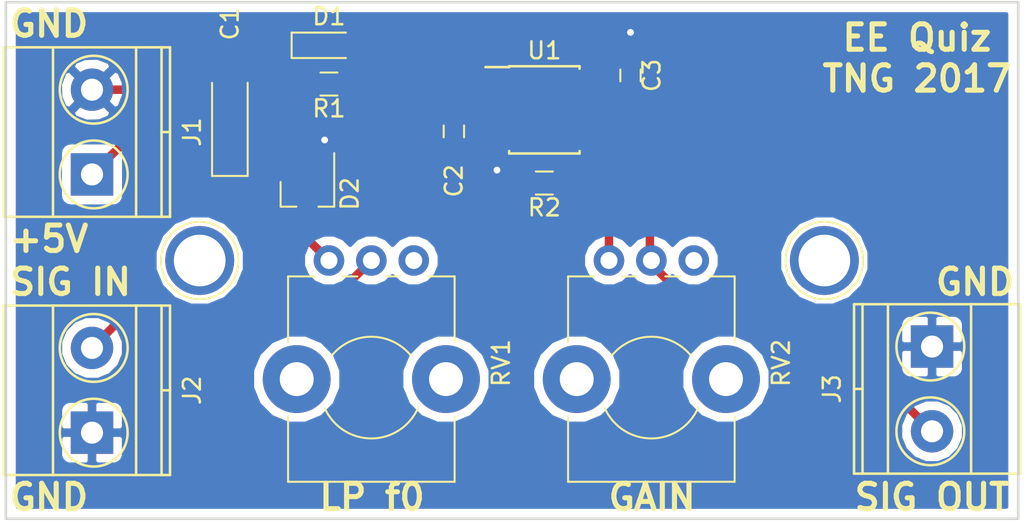
<source format=kicad_pcb>
(kicad_pcb (version 4) (host pcbnew 4.0.6)

  (general
    (links 23)
    (no_connects 0)
    (area 123.235 84.597618 188.015 116.142382)
    (thickness 1.6)
    (drawings 13)
    (tracks 74)
    (zones 0)
    (modules 15)
    (nets 13)
  )

  (page A4)
  (title_block
    (title "EE Quiz Board")
    (date 2017-07-27)
    (rev A)
    (company "Piaggio Fast Forward")
  )

  (layers
    (0 F.Cu signal)
    (31 B.Cu signal)
    (32 B.Adhes user hide)
    (33 F.Adhes user)
    (34 B.Paste user hide)
    (35 F.Paste user)
    (36 B.SilkS user hide)
    (37 F.SilkS user)
    (38 B.Mask user hide)
    (39 F.Mask user)
    (40 Dwgs.User user hide)
    (41 Cmts.User user hide)
    (42 Eco1.User user hide)
    (43 Eco2.User user hide)
    (44 Edge.Cuts user)
    (45 Margin user hide)
    (46 B.CrtYd user hide)
    (47 F.CrtYd user hide)
    (48 B.Fab user hide)
    (49 F.Fab user hide)
  )

  (setup
    (last_trace_width 0.25)
    (user_trace_width 0.25)
    (user_trace_width 0.5)
    (user_trace_width 1)
    (user_trace_width 2)
    (trace_clearance 0.2)
    (zone_clearance 0.508)
    (zone_45_only no)
    (trace_min 0.2)
    (segment_width 0.2)
    (edge_width 0.15)
    (via_size 0.6)
    (via_drill 0.4)
    (via_min_size 0.4)
    (via_min_drill 0.3)
    (uvia_size 0.3)
    (uvia_drill 0.1)
    (uvias_allowed no)
    (uvia_min_size 0.2)
    (uvia_min_drill 0.1)
    (pcb_text_width 0.3)
    (pcb_text_size 1.5 1.5)
    (mod_edge_width 0.15)
    (mod_text_size 1 1)
    (mod_text_width 0.15)
    (pad_size 3.3 3.3)
    (pad_drill 3.048)
    (pad_to_mask_clearance 0.2)
    (aux_axis_origin 209.55 134.62)
    (grid_origin 209.55 134.62)
    (visible_elements 7FFEFFFF)
    (pcbplotparams
      (layerselection 0x010a8_80000001)
      (usegerberextensions false)
      (excludeedgelayer true)
      (linewidth 0.100000)
      (plotframeref false)
      (viasonmask false)
      (mode 1)
      (useauxorigin false)
      (hpglpennumber 1)
      (hpglpenspeed 20)
      (hpglpendiameter 15)
      (hpglpenoverlay 2)
      (psnegative false)
      (psa4output false)
      (plotreference true)
      (plotvalue false)
      (plotinvisibletext false)
      (padsonsilk false)
      (subtractmaskfromsilk false)
      (outputformat 1)
      (mirror false)
      (drillshape 0)
      (scaleselection 1)
      (outputdirectory ""))
  )

  (net 0 "")
  (net 1 +5V)
  (net 2 GND)
  (net 3 "Net-(C2-Pad1)")
  (net 4 "Net-(D1-Pad2)")
  (net 5 "Net-(J2-Pad2)")
  (net 6 "Net-(J3-Pad2)")
  (net 7 "Net-(R2-Pad1)")
  (net 8 "Net-(RV1-Pad3)")
  (net 9 "Net-(RV2-Pad3)")
  (net 10 "Net-(U1-Pad1)")
  (net 11 "Net-(U1-Pad5)")
  (net 12 "Net-(U1-Pad8)")

  (net_class Default "This is the default net class."
    (clearance 0.2)
    (trace_width 0.25)
    (via_dia 0.6)
    (via_drill 0.4)
    (uvia_dia 0.3)
    (uvia_drill 0.1)
    (add_net +5V)
    (add_net GND)
    (add_net "Net-(C2-Pad1)")
    (add_net "Net-(D1-Pad2)")
    (add_net "Net-(J2-Pad2)")
    (add_net "Net-(J3-Pad2)")
    (add_net "Net-(R2-Pad1)")
    (add_net "Net-(RV1-Pad3)")
    (add_net "Net-(RV2-Pad3)")
    (add_net "Net-(U1-Pad1)")
    (add_net "Net-(U1-Pad5)")
    (add_net "Net-(U1-Pad8)")
  )

  (module Connectors_Terminal_Blocks:TerminalBlock_Pheonix_MKDS1.5-2pol (layer F.Cu) (tedit 563007E4) (tstamp 5979B220)
    (at 180.34 105.41 270)
    (descr "2-way 5mm pitch terminal block, Phoenix MKDS series")
    (path /59796E2F)
    (fp_text reference J3 (at 2.5 5.9 270) (layer F.SilkS)
      (effects (font (size 1 1) (thickness 0.15)))
    )
    (fp_text value Screw_Terminal_1x02 (at 2.5 -6.6 270) (layer F.Fab)
      (effects (font (size 1 1) (thickness 0.15)))
    )
    (fp_line (start -2.7 -5.4) (end 7.7 -5.4) (layer F.CrtYd) (width 0.05))
    (fp_line (start -2.7 4.8) (end -2.7 -5.4) (layer F.CrtYd) (width 0.05))
    (fp_line (start 7.7 4.8) (end -2.7 4.8) (layer F.CrtYd) (width 0.05))
    (fp_line (start 7.7 -5.4) (end 7.7 4.8) (layer F.CrtYd) (width 0.05))
    (fp_line (start 2.5 4.1) (end 2.5 4.6) (layer F.SilkS) (width 0.15))
    (fp_circle (center 5 0.1) (end 3 0.1) (layer F.SilkS) (width 0.15))
    (fp_circle (center 0 0.1) (end 2 0.1) (layer F.SilkS) (width 0.15))
    (fp_line (start -2.5 2.6) (end 7.5 2.6) (layer F.SilkS) (width 0.15))
    (fp_line (start -2.5 -2.3) (end 7.5 -2.3) (layer F.SilkS) (width 0.15))
    (fp_line (start -2.5 4.1) (end 7.5 4.1) (layer F.SilkS) (width 0.15))
    (fp_line (start -2.5 4.6) (end 7.5 4.6) (layer F.SilkS) (width 0.15))
    (fp_line (start 7.5 4.6) (end 7.5 -5.2) (layer F.SilkS) (width 0.15))
    (fp_line (start 7.5 -5.2) (end -2.5 -5.2) (layer F.SilkS) (width 0.15))
    (fp_line (start -2.5 -5.2) (end -2.5 4.6) (layer F.SilkS) (width 0.15))
    (pad 1 thru_hole rect (at 0 0 270) (size 2.5 2.5) (drill 1.3) (layers *.Cu *.Mask)
      (net 2 GND))
    (pad 2 thru_hole circle (at 5 0 270) (size 2.5 2.5) (drill 1.3) (layers *.Cu *.Mask)
      (net 6 "Net-(J3-Pad2)"))
    (model Terminal_Blocks.3dshapes/TerminalBlock_Pheonix_MKDS1.5-2pol.wrl
      (at (xyz 0.0984 0 0))
      (scale (xyz 1 1 1))
      (rotate (xyz 0 0 0))
    )
  )

  (module Connectors:1pin (layer F.Cu) (tedit 597A315E) (tstamp 5979C712)
    (at 173.99 100.33)
    (descr "module 1 pin (ou trou mecanique de percage)")
    (tags DEV)
    (fp_text reference REF** (at 0 -3.048) (layer F.SilkS) hide
      (effects (font (size 1 1) (thickness 0.15)))
    )
    (fp_text value 1pin (at 0 3) (layer F.Fab)
      (effects (font (size 1 1) (thickness 0.15)))
    )
    (fp_circle (center 0 0) (end 2 0.8) (layer F.Fab) (width 0.1))
    (fp_circle (center 0 0) (end 2.6 0) (layer F.CrtYd) (width 0.05))
    (fp_circle (center 0 0) (end 0 -2.286) (layer F.SilkS) (width 0.12))
    (pad 1 thru_hole circle (at 0 0) (size 4.064 4.064) (drill 3.048) (layers *.Cu *.Mask))
  )

  (module Capacitors_Tantalum_SMD:CP_Tantalum_Case-A_EIA-3216-18_Hand (layer F.Cu) (tedit 5979C3AD) (tstamp 5979B1F5)
    (at 138.938 91.44 90)
    (descr "Tantalum capacitor, Case A, EIA 3216-18, 3.2x1.6x1.6mm, Hand soldering footprint")
    (tags "capacitor tantalum smd")
    (path /59797341)
    (attr smd)
    (fp_text reference C1 (at 5.08 0 90) (layer F.SilkS)
      (effects (font (size 1 1) (thickness 0.15)))
    )
    (fp_text value 10uF (at 0 2.55 90) (layer F.Fab)
      (effects (font (size 1 1) (thickness 0.15)))
    )
    (fp_text user %R (at 0 0 90) (layer F.Fab)
      (effects (font (size 0.7 0.7) (thickness 0.105)))
    )
    (fp_line (start -4 -1.2) (end -4 1.2) (layer F.CrtYd) (width 0.05))
    (fp_line (start -4 1.2) (end 4 1.2) (layer F.CrtYd) (width 0.05))
    (fp_line (start 4 1.2) (end 4 -1.2) (layer F.CrtYd) (width 0.05))
    (fp_line (start 4 -1.2) (end -4 -1.2) (layer F.CrtYd) (width 0.05))
    (fp_line (start -1.6 -0.8) (end -1.6 0.8) (layer F.Fab) (width 0.1))
    (fp_line (start -1.6 0.8) (end 1.6 0.8) (layer F.Fab) (width 0.1))
    (fp_line (start 1.6 0.8) (end 1.6 -0.8) (layer F.Fab) (width 0.1))
    (fp_line (start 1.6 -0.8) (end -1.6 -0.8) (layer F.Fab) (width 0.1))
    (fp_line (start -1.28 -0.8) (end -1.28 0.8) (layer F.Fab) (width 0.1))
    (fp_line (start -1.12 -0.8) (end -1.12 0.8) (layer F.Fab) (width 0.1))
    (fp_line (start -3.9 -1.05) (end 1.6 -1.05) (layer F.SilkS) (width 0.12))
    (fp_line (start -3.9 1.05) (end 1.6 1.05) (layer F.SilkS) (width 0.12))
    (fp_line (start -3.9 -1.05) (end -3.9 1.05) (layer F.SilkS) (width 0.12))
    (pad 1 smd rect (at -2 0 90) (size 3.2 1.5) (layers F.Cu F.Paste F.Mask)
      (net 1 +5V))
    (pad 2 smd rect (at 2 0 90) (size 3.2 1.5) (layers F.Cu F.Paste F.Mask)
      (net 2 GND))
    (model Capacitors_Tantalum_SMD.3dshapes/CP_Tantalum_Case-A_EIA-3216-18.wrl
      (at (xyz 0 0 0))
      (scale (xyz 1 1 1))
      (rotate (xyz 0 0 0))
    )
  )

  (module Capacitors_SMD:C_0603_HandSoldering (layer F.Cu) (tedit 5979C3DB) (tstamp 5979B1FB)
    (at 152.146 92.71 270)
    (descr "Capacitor SMD 0603, hand soldering")
    (tags "capacitor 0603")
    (path /59797269)
    (attr smd)
    (fp_text reference C2 (at 2.921 0 270) (layer F.SilkS)
      (effects (font (size 1 1) (thickness 0.15)))
    )
    (fp_text value 4.7nF (at 0 1.5 270) (layer F.Fab)
      (effects (font (size 1 1) (thickness 0.15)))
    )
    (fp_text user %R (at 0 -1.25 270) (layer F.Fab)
      (effects (font (size 1 1) (thickness 0.15)))
    )
    (fp_line (start -0.8 0.4) (end -0.8 -0.4) (layer F.Fab) (width 0.1))
    (fp_line (start 0.8 0.4) (end -0.8 0.4) (layer F.Fab) (width 0.1))
    (fp_line (start 0.8 -0.4) (end 0.8 0.4) (layer F.Fab) (width 0.1))
    (fp_line (start -0.8 -0.4) (end 0.8 -0.4) (layer F.Fab) (width 0.1))
    (fp_line (start -0.35 -0.6) (end 0.35 -0.6) (layer F.SilkS) (width 0.12))
    (fp_line (start 0.35 0.6) (end -0.35 0.6) (layer F.SilkS) (width 0.12))
    (fp_line (start -1.8 -0.65) (end 1.8 -0.65) (layer F.CrtYd) (width 0.05))
    (fp_line (start -1.8 -0.65) (end -1.8 0.65) (layer F.CrtYd) (width 0.05))
    (fp_line (start 1.8 0.65) (end 1.8 -0.65) (layer F.CrtYd) (width 0.05))
    (fp_line (start 1.8 0.65) (end -1.8 0.65) (layer F.CrtYd) (width 0.05))
    (pad 1 smd rect (at -0.95 0 270) (size 1.2 0.75) (layers F.Cu F.Paste F.Mask)
      (net 3 "Net-(C2-Pad1)"))
    (pad 2 smd rect (at 0.95 0 270) (size 1.2 0.75) (layers F.Cu F.Paste F.Mask)
      (net 2 GND))
    (model Capacitors_SMD.3dshapes/C_0603.wrl
      (at (xyz 0 0 0))
      (scale (xyz 1 1 1))
      (rotate (xyz 0 0 0))
    )
  )

  (module Capacitors_SMD:C_0603_HandSoldering (layer F.Cu) (tedit 58AA848B) (tstamp 5979B201)
    (at 162.56 89.408 270)
    (descr "Capacitor SMD 0603, hand soldering")
    (tags "capacitor 0603")
    (path /597971F6)
    (attr smd)
    (fp_text reference C3 (at 0 -1.25 270) (layer F.SilkS)
      (effects (font (size 1 1) (thickness 0.15)))
    )
    (fp_text value 0.1uF (at 0 1.5 270) (layer F.Fab)
      (effects (font (size 1 1) (thickness 0.15)))
    )
    (fp_text user %R (at 0 -1.25 270) (layer F.Fab)
      (effects (font (size 1 1) (thickness 0.15)))
    )
    (fp_line (start -0.8 0.4) (end -0.8 -0.4) (layer F.Fab) (width 0.1))
    (fp_line (start 0.8 0.4) (end -0.8 0.4) (layer F.Fab) (width 0.1))
    (fp_line (start 0.8 -0.4) (end 0.8 0.4) (layer F.Fab) (width 0.1))
    (fp_line (start -0.8 -0.4) (end 0.8 -0.4) (layer F.Fab) (width 0.1))
    (fp_line (start -0.35 -0.6) (end 0.35 -0.6) (layer F.SilkS) (width 0.12))
    (fp_line (start 0.35 0.6) (end -0.35 0.6) (layer F.SilkS) (width 0.12))
    (fp_line (start -1.8 -0.65) (end 1.8 -0.65) (layer F.CrtYd) (width 0.05))
    (fp_line (start -1.8 -0.65) (end -1.8 0.65) (layer F.CrtYd) (width 0.05))
    (fp_line (start 1.8 0.65) (end 1.8 -0.65) (layer F.CrtYd) (width 0.05))
    (fp_line (start 1.8 0.65) (end -1.8 0.65) (layer F.CrtYd) (width 0.05))
    (pad 1 smd rect (at -0.95 0 270) (size 1.2 0.75) (layers F.Cu F.Paste F.Mask)
      (net 2 GND))
    (pad 2 smd rect (at 0.95 0 270) (size 1.2 0.75) (layers F.Cu F.Paste F.Mask)
      (net 1 +5V))
    (model Capacitors_SMD.3dshapes/C_0603.wrl
      (at (xyz 0 0 0))
      (scale (xyz 1 1 1))
      (rotate (xyz 0 0 0))
    )
  )

  (module LEDs:LED_0805_HandSoldering (layer F.Cu) (tedit 595FCA25) (tstamp 5979B207)
    (at 144.78 87.63)
    (descr "Resistor SMD 0805, hand soldering")
    (tags "resistor 0805")
    (path /5979B95D)
    (attr smd)
    (fp_text reference D1 (at 0 -1.7) (layer F.SilkS)
      (effects (font (size 1 1) (thickness 0.15)))
    )
    (fp_text value LED (at 0 1.75) (layer F.Fab)
      (effects (font (size 1 1) (thickness 0.15)))
    )
    (fp_line (start -0.4 -0.4) (end -0.4 0.4) (layer F.Fab) (width 0.1))
    (fp_line (start -0.4 0) (end 0.2 -0.4) (layer F.Fab) (width 0.1))
    (fp_line (start 0.2 0.4) (end -0.4 0) (layer F.Fab) (width 0.1))
    (fp_line (start 0.2 -0.4) (end 0.2 0.4) (layer F.Fab) (width 0.1))
    (fp_line (start -1 0.62) (end -1 -0.62) (layer F.Fab) (width 0.1))
    (fp_line (start 1 0.62) (end -1 0.62) (layer F.Fab) (width 0.1))
    (fp_line (start 1 -0.62) (end 1 0.62) (layer F.Fab) (width 0.1))
    (fp_line (start -1 -0.62) (end 1 -0.62) (layer F.Fab) (width 0.1))
    (fp_line (start 1 0.75) (end -2.2 0.75) (layer F.SilkS) (width 0.12))
    (fp_line (start -2.2 -0.75) (end 1 -0.75) (layer F.SilkS) (width 0.12))
    (fp_line (start -2.35 -0.9) (end 2.35 -0.9) (layer F.CrtYd) (width 0.05))
    (fp_line (start -2.35 -0.9) (end -2.35 0.9) (layer F.CrtYd) (width 0.05))
    (fp_line (start 2.35 0.9) (end 2.35 -0.9) (layer F.CrtYd) (width 0.05))
    (fp_line (start 2.35 0.9) (end -2.35 0.9) (layer F.CrtYd) (width 0.05))
    (fp_line (start -2.2 -0.75) (end -2.2 0.75) (layer F.SilkS) (width 0.12))
    (pad 1 smd rect (at -1.35 0) (size 1.5 1.3) (layers F.Cu F.Paste F.Mask)
      (net 2 GND))
    (pad 2 smd rect (at 1.35 0) (size 1.5 1.3) (layers F.Cu F.Paste F.Mask)
      (net 4 "Net-(D1-Pad2)"))
    (model ${KISYS3DMOD}/LEDs.3dshapes/LED_0805.wrl
      (at (xyz 0 0 0))
      (scale (xyz 1 1 1))
      (rotate (xyz 0 0 0))
    )
  )

  (module TO_SOT_Packages_SMD:SOT-23_Handsoldering (layer F.Cu) (tedit 58CE4E7E) (tstamp 5979B20E)
    (at 143.51 96.393 270)
    (descr "SOT-23, Handsoldering")
    (tags SOT-23)
    (path /5979B761)
    (attr smd)
    (fp_text reference D2 (at 0 -2.5 270) (layer F.SilkS)
      (effects (font (size 1 1) (thickness 0.15)))
    )
    (fp_text value D_Schottky_x2_Serial_AKC (at 0 2.5 270) (layer F.Fab)
      (effects (font (size 1 1) (thickness 0.15)))
    )
    (fp_text user %R (at 0 0 360) (layer F.Fab)
      (effects (font (size 0.5 0.5) (thickness 0.075)))
    )
    (fp_line (start 0.76 1.58) (end 0.76 0.65) (layer F.SilkS) (width 0.12))
    (fp_line (start 0.76 -1.58) (end 0.76 -0.65) (layer F.SilkS) (width 0.12))
    (fp_line (start -2.7 -1.75) (end 2.7 -1.75) (layer F.CrtYd) (width 0.05))
    (fp_line (start 2.7 -1.75) (end 2.7 1.75) (layer F.CrtYd) (width 0.05))
    (fp_line (start 2.7 1.75) (end -2.7 1.75) (layer F.CrtYd) (width 0.05))
    (fp_line (start -2.7 1.75) (end -2.7 -1.75) (layer F.CrtYd) (width 0.05))
    (fp_line (start 0.76 -1.58) (end -2.4 -1.58) (layer F.SilkS) (width 0.12))
    (fp_line (start -0.7 -0.95) (end -0.7 1.5) (layer F.Fab) (width 0.1))
    (fp_line (start -0.15 -1.52) (end 0.7 -1.52) (layer F.Fab) (width 0.1))
    (fp_line (start -0.7 -0.95) (end -0.15 -1.52) (layer F.Fab) (width 0.1))
    (fp_line (start 0.7 -1.52) (end 0.7 1.52) (layer F.Fab) (width 0.1))
    (fp_line (start -0.7 1.52) (end 0.7 1.52) (layer F.Fab) (width 0.1))
    (fp_line (start 0.76 1.58) (end -0.7 1.58) (layer F.SilkS) (width 0.12))
    (pad 1 smd rect (at -1.5 -0.95 270) (size 1.9 0.8) (layers F.Cu F.Paste F.Mask)
      (net 2 GND))
    (pad 2 smd rect (at -1.5 0.95 270) (size 1.9 0.8) (layers F.Cu F.Paste F.Mask)
      (net 1 +5V))
    (pad 3 smd rect (at 1.5 0 270) (size 1.9 0.8) (layers F.Cu F.Paste F.Mask)
      (net 3 "Net-(C2-Pad1)"))
    (model ${KISYS3DMOD}/TO_SOT_Packages_SMD.3dshapes\SOT-23.wrl
      (at (xyz 0 0 0))
      (scale (xyz 1 1 1))
      (rotate (xyz 0 0 0))
    )
  )

  (module Connectors_Terminal_Blocks:TerminalBlock_Pheonix_MKDS1.5-2pol (layer F.Cu) (tedit 563007E4) (tstamp 5979B214)
    (at 130.81 95.25 90)
    (descr "2-way 5mm pitch terminal block, Phoenix MKDS series")
    (path /5979AF93)
    (fp_text reference J1 (at 2.5 5.9 90) (layer F.SilkS)
      (effects (font (size 1 1) (thickness 0.15)))
    )
    (fp_text value Screw_Terminal_1x02 (at 2.5 -6.6 90) (layer F.Fab)
      (effects (font (size 1 1) (thickness 0.15)))
    )
    (fp_line (start -2.7 -5.4) (end 7.7 -5.4) (layer F.CrtYd) (width 0.05))
    (fp_line (start -2.7 4.8) (end -2.7 -5.4) (layer F.CrtYd) (width 0.05))
    (fp_line (start 7.7 4.8) (end -2.7 4.8) (layer F.CrtYd) (width 0.05))
    (fp_line (start 7.7 -5.4) (end 7.7 4.8) (layer F.CrtYd) (width 0.05))
    (fp_line (start 2.5 4.1) (end 2.5 4.6) (layer F.SilkS) (width 0.15))
    (fp_circle (center 5 0.1) (end 3 0.1) (layer F.SilkS) (width 0.15))
    (fp_circle (center 0 0.1) (end 2 0.1) (layer F.SilkS) (width 0.15))
    (fp_line (start -2.5 2.6) (end 7.5 2.6) (layer F.SilkS) (width 0.15))
    (fp_line (start -2.5 -2.3) (end 7.5 -2.3) (layer F.SilkS) (width 0.15))
    (fp_line (start -2.5 4.1) (end 7.5 4.1) (layer F.SilkS) (width 0.15))
    (fp_line (start -2.5 4.6) (end 7.5 4.6) (layer F.SilkS) (width 0.15))
    (fp_line (start 7.5 4.6) (end 7.5 -5.2) (layer F.SilkS) (width 0.15))
    (fp_line (start 7.5 -5.2) (end -2.5 -5.2) (layer F.SilkS) (width 0.15))
    (fp_line (start -2.5 -5.2) (end -2.5 4.6) (layer F.SilkS) (width 0.15))
    (pad 1 thru_hole rect (at 0 0 90) (size 2.5 2.5) (drill 1.3) (layers *.Cu *.Mask)
      (net 1 +5V))
    (pad 2 thru_hole circle (at 5 0 90) (size 2.5 2.5) (drill 1.3) (layers *.Cu *.Mask)
      (net 2 GND))
    (model Terminal_Blocks.3dshapes/TerminalBlock_Pheonix_MKDS1.5-2pol.wrl
      (at (xyz 0.0984 0 0))
      (scale (xyz 1 1 1))
      (rotate (xyz 0 0 0))
    )
  )

  (module Connectors_Terminal_Blocks:TerminalBlock_Pheonix_MKDS1.5-2pol (layer F.Cu) (tedit 563007E4) (tstamp 5979B21A)
    (at 130.81 110.49 90)
    (descr "2-way 5mm pitch terminal block, Phoenix MKDS series")
    (path /5979AD53)
    (fp_text reference J2 (at 2.5 5.9 90) (layer F.SilkS)
      (effects (font (size 1 1) (thickness 0.15)))
    )
    (fp_text value Screw_Terminal_1x02 (at 2.5 -6.6 90) (layer F.Fab)
      (effects (font (size 1 1) (thickness 0.15)))
    )
    (fp_line (start -2.7 -5.4) (end 7.7 -5.4) (layer F.CrtYd) (width 0.05))
    (fp_line (start -2.7 4.8) (end -2.7 -5.4) (layer F.CrtYd) (width 0.05))
    (fp_line (start 7.7 4.8) (end -2.7 4.8) (layer F.CrtYd) (width 0.05))
    (fp_line (start 7.7 -5.4) (end 7.7 4.8) (layer F.CrtYd) (width 0.05))
    (fp_line (start 2.5 4.1) (end 2.5 4.6) (layer F.SilkS) (width 0.15))
    (fp_circle (center 5 0.1) (end 3 0.1) (layer F.SilkS) (width 0.15))
    (fp_circle (center 0 0.1) (end 2 0.1) (layer F.SilkS) (width 0.15))
    (fp_line (start -2.5 2.6) (end 7.5 2.6) (layer F.SilkS) (width 0.15))
    (fp_line (start -2.5 -2.3) (end 7.5 -2.3) (layer F.SilkS) (width 0.15))
    (fp_line (start -2.5 4.1) (end 7.5 4.1) (layer F.SilkS) (width 0.15))
    (fp_line (start -2.5 4.6) (end 7.5 4.6) (layer F.SilkS) (width 0.15))
    (fp_line (start 7.5 4.6) (end 7.5 -5.2) (layer F.SilkS) (width 0.15))
    (fp_line (start 7.5 -5.2) (end -2.5 -5.2) (layer F.SilkS) (width 0.15))
    (fp_line (start -2.5 -5.2) (end -2.5 4.6) (layer F.SilkS) (width 0.15))
    (pad 1 thru_hole rect (at 0 0 90) (size 2.5 2.5) (drill 1.3) (layers *.Cu *.Mask)
      (net 2 GND))
    (pad 2 thru_hole circle (at 5 0 90) (size 2.5 2.5) (drill 1.3) (layers *.Cu *.Mask)
      (net 5 "Net-(J2-Pad2)"))
    (model Terminal_Blocks.3dshapes/TerminalBlock_Pheonix_MKDS1.5-2pol.wrl
      (at (xyz 0.0984 0 0))
      (scale (xyz 1 1 1))
      (rotate (xyz 0 0 0))
    )
  )

  (module Resistors_SMD:R_0603_HandSoldering (layer F.Cu) (tedit 58E0A804) (tstamp 5979B226)
    (at 144.78 89.916 180)
    (descr "Resistor SMD 0603, hand soldering")
    (tags "resistor 0603")
    (path /5979BA21)
    (attr smd)
    (fp_text reference R1 (at 0 -1.45 180) (layer F.SilkS)
      (effects (font (size 1 1) (thickness 0.15)))
    )
    (fp_text value 147 (at 0 1.55 180) (layer F.Fab)
      (effects (font (size 1 1) (thickness 0.15)))
    )
    (fp_text user %R (at 0 0 180) (layer F.Fab)
      (effects (font (size 0.4 0.4) (thickness 0.075)))
    )
    (fp_line (start -0.8 0.4) (end -0.8 -0.4) (layer F.Fab) (width 0.1))
    (fp_line (start 0.8 0.4) (end -0.8 0.4) (layer F.Fab) (width 0.1))
    (fp_line (start 0.8 -0.4) (end 0.8 0.4) (layer F.Fab) (width 0.1))
    (fp_line (start -0.8 -0.4) (end 0.8 -0.4) (layer F.Fab) (width 0.1))
    (fp_line (start 0.5 0.68) (end -0.5 0.68) (layer F.SilkS) (width 0.12))
    (fp_line (start -0.5 -0.68) (end 0.5 -0.68) (layer F.SilkS) (width 0.12))
    (fp_line (start -1.96 -0.7) (end 1.95 -0.7) (layer F.CrtYd) (width 0.05))
    (fp_line (start -1.96 -0.7) (end -1.96 0.7) (layer F.CrtYd) (width 0.05))
    (fp_line (start 1.95 0.7) (end 1.95 -0.7) (layer F.CrtYd) (width 0.05))
    (fp_line (start 1.95 0.7) (end -1.96 0.7) (layer F.CrtYd) (width 0.05))
    (pad 1 smd rect (at -1.1 0 180) (size 1.2 0.9) (layers F.Cu F.Paste F.Mask)
      (net 4 "Net-(D1-Pad2)"))
    (pad 2 smd rect (at 1.1 0 180) (size 1.2 0.9) (layers F.Cu F.Paste F.Mask)
      (net 1 +5V))
    (model ${KISYS3DMOD}/Resistors_SMD.3dshapes/R_0603.wrl
      (at (xyz 0 0 0))
      (scale (xyz 1 1 1))
      (rotate (xyz 0 0 0))
    )
  )

  (module Resistors_SMD:R_0603_HandSoldering (layer F.Cu) (tedit 58E0A804) (tstamp 5979B22C)
    (at 157.48 95.758 180)
    (descr "Resistor SMD 0603, hand soldering")
    (tags "resistor 0603")
    (path /59797191)
    (attr smd)
    (fp_text reference R2 (at 0 -1.45 180) (layer F.SilkS)
      (effects (font (size 1 1) (thickness 0.15)))
    )
    (fp_text value 10k (at 0 1.55 180) (layer F.Fab)
      (effects (font (size 1 1) (thickness 0.15)))
    )
    (fp_text user %R (at 0 0 180) (layer F.Fab)
      (effects (font (size 0.4 0.4) (thickness 0.075)))
    )
    (fp_line (start -0.8 0.4) (end -0.8 -0.4) (layer F.Fab) (width 0.1))
    (fp_line (start 0.8 0.4) (end -0.8 0.4) (layer F.Fab) (width 0.1))
    (fp_line (start 0.8 -0.4) (end 0.8 0.4) (layer F.Fab) (width 0.1))
    (fp_line (start -0.8 -0.4) (end 0.8 -0.4) (layer F.Fab) (width 0.1))
    (fp_line (start 0.5 0.68) (end -0.5 0.68) (layer F.SilkS) (width 0.12))
    (fp_line (start -0.5 -0.68) (end 0.5 -0.68) (layer F.SilkS) (width 0.12))
    (fp_line (start -1.96 -0.7) (end 1.95 -0.7) (layer F.CrtYd) (width 0.05))
    (fp_line (start -1.96 -0.7) (end -1.96 0.7) (layer F.CrtYd) (width 0.05))
    (fp_line (start 1.95 0.7) (end 1.95 -0.7) (layer F.CrtYd) (width 0.05))
    (fp_line (start 1.95 0.7) (end -1.96 0.7) (layer F.CrtYd) (width 0.05))
    (pad 1 smd rect (at -1.1 0 180) (size 1.2 0.9) (layers F.Cu F.Paste F.Mask)
      (net 7 "Net-(R2-Pad1)"))
    (pad 2 smd rect (at 1.1 0 180) (size 1.2 0.9) (layers F.Cu F.Paste F.Mask)
      (net 2 GND))
    (model ${KISYS3DMOD}/Resistors_SMD.3dshapes/R_0603.wrl
      (at (xyz 0 0 0))
      (scale (xyz 1 1 1))
      (rotate (xyz 0 0 0))
    )
  )

  (module Potentiometers:Potentiometer_Bourns_PTV09A-1_Horizontal (layer F.Cu) (tedit 58826B08) (tstamp 5979B235)
    (at 144.78 100.33 270)
    (descr "Potentiometer, horizontally mounted, Omeg PC16PU, Omeg PC16PU, Omeg PC16PU, Vishay/Spectrol 248GJ/249GJ Single, Vishay/Spectrol 248GJ/249GJ Single, Vishay/Spectrol 248GJ/249GJ Single, Vishay/Spectrol 248GH/249GH Single, Vishay/Spectrol 148/149 Single, Vishay/Spectrol 148/149 Single, Vishay/Spectrol 148/149 Single, Vishay/Spectrol 148A/149A Single with mounting plates, Vishay/Spectrol 148/149 Double, Vishay/Spectrol 148A/149A Double with mounting plates, Piher PC-16 Single, Piher PC-16 Single, Piher PC-16 Single, Piher PC-16SV Single, Piher PC-16 Double, Piher PC-16 Triple, Piher T16H Single, Piher T16L Single, Piher T16H Double, Alps RK163 Single, Alps RK163 Double, Alps RK097 Single, Alps RK097 Double, Bourns PTV09A-2 Single with mounting sleve Single, Bourns PTV09A-1 with mounting sleve Single, http://www.bourns.com/docs/Product-Datasheets/ptv09.pdf")
    (tags "Potentiometer horizontal  Omeg PC16PU  Omeg PC16PU  Omeg PC16PU  Vishay/Spectrol 248GJ/249GJ Single  Vishay/Spectrol 248GJ/249GJ Single  Vishay/Spectrol 248GJ/249GJ Single  Vishay/Spectrol 248GH/249GH Single  Vishay/Spectrol 148/149 Single  Vishay/Spectrol 148/149 Single  Vishay/Spectrol 148/149 Single  Vishay/Spectrol 148A/149A Single with mounting plates  Vishay/Spectrol 148/149 Double  Vishay/Spectrol 148A/149A Double with mounting plates  Piher PC-16 Single  Piher PC-16 Single  Piher PC-16 Single  Piher PC-16SV Single  Piher PC-16 Double  Piher PC-16 Triple  Piher T16H Single  Piher T16L Single  Piher T16H Double  Alps RK163 Single  Alps RK163 Double  Alps RK097 Single  Alps RK097 Double  Bourns PTV09A-2 Single with mounting sleve Single  Bourns PTV09A-1 with mounting sleve Single")
    (path /5979701A)
    (fp_text reference RV1 (at 6.05 -10.15 270) (layer F.SilkS)
      (effects (font (size 1 1) (thickness 0.15)))
    )
    (fp_text value 100k (at 6.05 5.15 270) (layer F.Fab)
      (effects (font (size 1 1) (thickness 0.15)))
    )
    (fp_arc (start 7.5 -2.5) (end 8.673 0.262) (angle -134) (layer F.SilkS) (width 0.12))
    (fp_arc (start 7.5 -2.5) (end 5.572 -4.798) (angle -100) (layer F.SilkS) (width 0.12))
    (fp_circle (center 7.5 -2.5) (end 10.9 -2.5) (layer F.Fab) (width 0.1))
    (fp_circle (center 7.5 -2.5) (end 10.5 -2.5) (layer F.Fab) (width 0.1))
    (fp_line (start 1 -7.35) (end 1 2.35) (layer F.Fab) (width 0.1))
    (fp_line (start 1 2.35) (end 13 2.35) (layer F.Fab) (width 0.1))
    (fp_line (start 13 2.35) (end 13 -7.35) (layer F.Fab) (width 0.1))
    (fp_line (start 13 -7.35) (end 1 -7.35) (layer F.Fab) (width 0.1))
    (fp_line (start 0.94 -7.41) (end 4.806 -7.41) (layer F.SilkS) (width 0.12))
    (fp_line (start 9.195 -7.41) (end 13.06 -7.41) (layer F.SilkS) (width 0.12))
    (fp_line (start 0.94 2.41) (end 4.806 2.41) (layer F.SilkS) (width 0.12))
    (fp_line (start 9.195 2.41) (end 13.06 2.41) (layer F.SilkS) (width 0.12))
    (fp_line (start 0.94 -7.41) (end 0.94 -5.825) (layer F.SilkS) (width 0.12))
    (fp_line (start 0.94 -4.175) (end 0.94 -3.325) (layer F.SilkS) (width 0.12))
    (fp_line (start 0.94 -1.675) (end 0.94 -0.825) (layer F.SilkS) (width 0.12))
    (fp_line (start 0.94 0.825) (end 0.94 2.41) (layer F.SilkS) (width 0.12))
    (fp_line (start 13.06 -7.41) (end 13.06 2.41) (layer F.SilkS) (width 0.12))
    (fp_line (start -1.15 -9.15) (end -1.15 4.15) (layer F.CrtYd) (width 0.05))
    (fp_line (start -1.15 4.15) (end 13.25 4.15) (layer F.CrtYd) (width 0.05))
    (fp_line (start 13.25 4.15) (end 13.25 -9.15) (layer F.CrtYd) (width 0.05))
    (fp_line (start 13.25 -9.15) (end -1.15 -9.15) (layer F.CrtYd) (width 0.05))
    (pad 3 thru_hole circle (at 0 -5 270) (size 1.8 1.8) (drill 1) (layers *.Cu *.Mask)
      (net 8 "Net-(RV1-Pad3)"))
    (pad 2 thru_hole circle (at 0 -2.5 270) (size 1.8 1.8) (drill 1) (layers *.Cu *.Mask)
      (net 5 "Net-(J2-Pad2)"))
    (pad 1 thru_hole circle (at 0 0 270) (size 1.8 1.8) (drill 1) (layers *.Cu *.Mask)
      (net 3 "Net-(C2-Pad1)"))
    (pad 0 np_thru_hole circle (at 7 -6.9 270) (size 4 4) (drill 2) (layers *.Cu *.Mask))
    (pad 0 np_thru_hole circle (at 7 1.9 270) (size 4 4) (drill 2) (layers *.Cu *.Mask))
    (model Potentiometers.3dshapes/Potentiometer_Bourns_PTV09A-1_Horizontal.wrl
      (at (xyz 0 0 0))
      (scale (xyz 0.393701 0.393701 0.393701))
      (rotate (xyz 0 0 0))
    )
  )

  (module Potentiometers:Potentiometer_Bourns_PTV09A-1_Horizontal (layer F.Cu) (tedit 58826B08) (tstamp 5979B23E)
    (at 161.29 100.33 270)
    (descr "Potentiometer, horizontally mounted, Omeg PC16PU, Omeg PC16PU, Omeg PC16PU, Vishay/Spectrol 248GJ/249GJ Single, Vishay/Spectrol 248GJ/249GJ Single, Vishay/Spectrol 248GJ/249GJ Single, Vishay/Spectrol 248GH/249GH Single, Vishay/Spectrol 148/149 Single, Vishay/Spectrol 148/149 Single, Vishay/Spectrol 148/149 Single, Vishay/Spectrol 148A/149A Single with mounting plates, Vishay/Spectrol 148/149 Double, Vishay/Spectrol 148A/149A Double with mounting plates, Piher PC-16 Single, Piher PC-16 Single, Piher PC-16 Single, Piher PC-16SV Single, Piher PC-16 Double, Piher PC-16 Triple, Piher T16H Single, Piher T16L Single, Piher T16H Double, Alps RK163 Single, Alps RK163 Double, Alps RK097 Single, Alps RK097 Double, Bourns PTV09A-2 Single with mounting sleve Single, Bourns PTV09A-1 with mounting sleve Single, http://www.bourns.com/docs/Product-Datasheets/ptv09.pdf")
    (tags "Potentiometer horizontal  Omeg PC16PU  Omeg PC16PU  Omeg PC16PU  Vishay/Spectrol 248GJ/249GJ Single  Vishay/Spectrol 248GJ/249GJ Single  Vishay/Spectrol 248GJ/249GJ Single  Vishay/Spectrol 248GH/249GH Single  Vishay/Spectrol 148/149 Single  Vishay/Spectrol 148/149 Single  Vishay/Spectrol 148/149 Single  Vishay/Spectrol 148A/149A Single with mounting plates  Vishay/Spectrol 148/149 Double  Vishay/Spectrol 148A/149A Double with mounting plates  Piher PC-16 Single  Piher PC-16 Single  Piher PC-16 Single  Piher PC-16SV Single  Piher PC-16 Double  Piher PC-16 Triple  Piher T16H Single  Piher T16L Single  Piher T16H Double  Alps RK163 Single  Alps RK163 Double  Alps RK097 Single  Alps RK097 Double  Bourns PTV09A-2 Single with mounting sleve Single  Bourns PTV09A-1 with mounting sleve Single")
    (path /5979A946)
    (fp_text reference RV2 (at 6.05 -10.15 270) (layer F.SilkS)
      (effects (font (size 1 1) (thickness 0.15)))
    )
    (fp_text value 100k (at 6.05 5.15 270) (layer F.Fab)
      (effects (font (size 1 1) (thickness 0.15)))
    )
    (fp_arc (start 7.5 -2.5) (end 8.673 0.262) (angle -134) (layer F.SilkS) (width 0.12))
    (fp_arc (start 7.5 -2.5) (end 5.572 -4.798) (angle -100) (layer F.SilkS) (width 0.12))
    (fp_circle (center 7.5 -2.5) (end 10.9 -2.5) (layer F.Fab) (width 0.1))
    (fp_circle (center 7.5 -2.5) (end 10.5 -2.5) (layer F.Fab) (width 0.1))
    (fp_line (start 1 -7.35) (end 1 2.35) (layer F.Fab) (width 0.1))
    (fp_line (start 1 2.35) (end 13 2.35) (layer F.Fab) (width 0.1))
    (fp_line (start 13 2.35) (end 13 -7.35) (layer F.Fab) (width 0.1))
    (fp_line (start 13 -7.35) (end 1 -7.35) (layer F.Fab) (width 0.1))
    (fp_line (start 0.94 -7.41) (end 4.806 -7.41) (layer F.SilkS) (width 0.12))
    (fp_line (start 9.195 -7.41) (end 13.06 -7.41) (layer F.SilkS) (width 0.12))
    (fp_line (start 0.94 2.41) (end 4.806 2.41) (layer F.SilkS) (width 0.12))
    (fp_line (start 9.195 2.41) (end 13.06 2.41) (layer F.SilkS) (width 0.12))
    (fp_line (start 0.94 -7.41) (end 0.94 -5.825) (layer F.SilkS) (width 0.12))
    (fp_line (start 0.94 -4.175) (end 0.94 -3.325) (layer F.SilkS) (width 0.12))
    (fp_line (start 0.94 -1.675) (end 0.94 -0.825) (layer F.SilkS) (width 0.12))
    (fp_line (start 0.94 0.825) (end 0.94 2.41) (layer F.SilkS) (width 0.12))
    (fp_line (start 13.06 -7.41) (end 13.06 2.41) (layer F.SilkS) (width 0.12))
    (fp_line (start -1.15 -9.15) (end -1.15 4.15) (layer F.CrtYd) (width 0.05))
    (fp_line (start -1.15 4.15) (end 13.25 4.15) (layer F.CrtYd) (width 0.05))
    (fp_line (start 13.25 4.15) (end 13.25 -9.15) (layer F.CrtYd) (width 0.05))
    (fp_line (start 13.25 -9.15) (end -1.15 -9.15) (layer F.CrtYd) (width 0.05))
    (pad 3 thru_hole circle (at 0 -5 270) (size 1.8 1.8) (drill 1) (layers *.Cu *.Mask)
      (net 9 "Net-(RV2-Pad3)"))
    (pad 2 thru_hole circle (at 0 -2.5 270) (size 1.8 1.8) (drill 1) (layers *.Cu *.Mask)
      (net 6 "Net-(J3-Pad2)"))
    (pad 1 thru_hole circle (at 0 0 270) (size 1.8 1.8) (drill 1) (layers *.Cu *.Mask)
      (net 7 "Net-(R2-Pad1)"))
    (pad 0 np_thru_hole circle (at 7 -6.9 270) (size 4 4) (drill 2) (layers *.Cu *.Mask))
    (pad 0 np_thru_hole circle (at 7 1.9 270) (size 4 4) (drill 2) (layers *.Cu *.Mask))
    (model Potentiometers.3dshapes/Potentiometer_Bourns_PTV09A-1_Horizontal.wrl
      (at (xyz 0 0 0))
      (scale (xyz 0.393701 0.393701 0.393701))
      (rotate (xyz 0 0 0))
    )
  )

  (module Housings_SOIC:SOIC-8_3.9x4.9mm_Pitch1.27mm (layer F.Cu) (tedit 58CD0CDA) (tstamp 5979B24A)
    (at 157.48 91.44)
    (descr "8-Lead Plastic Small Outline (SN) - Narrow, 3.90 mm Body [SOIC] (see Microchip Packaging Specification 00000049BS.pdf)")
    (tags "SOIC 1.27")
    (path /5979847B)
    (attr smd)
    (fp_text reference U1 (at 0 -3.5) (layer F.SilkS)
      (effects (font (size 1 1) (thickness 0.15)))
    )
    (fp_text value OPA340D (at 0 3.5) (layer F.Fab)
      (effects (font (size 1 1) (thickness 0.15)))
    )
    (fp_text user %R (at 0 0) (layer F.Fab)
      (effects (font (size 1 1) (thickness 0.15)))
    )
    (fp_line (start -0.95 -2.45) (end 1.95 -2.45) (layer F.Fab) (width 0.1))
    (fp_line (start 1.95 -2.45) (end 1.95 2.45) (layer F.Fab) (width 0.1))
    (fp_line (start 1.95 2.45) (end -1.95 2.45) (layer F.Fab) (width 0.1))
    (fp_line (start -1.95 2.45) (end -1.95 -1.45) (layer F.Fab) (width 0.1))
    (fp_line (start -1.95 -1.45) (end -0.95 -2.45) (layer F.Fab) (width 0.1))
    (fp_line (start -3.73 -2.7) (end -3.73 2.7) (layer F.CrtYd) (width 0.05))
    (fp_line (start 3.73 -2.7) (end 3.73 2.7) (layer F.CrtYd) (width 0.05))
    (fp_line (start -3.73 -2.7) (end 3.73 -2.7) (layer F.CrtYd) (width 0.05))
    (fp_line (start -3.73 2.7) (end 3.73 2.7) (layer F.CrtYd) (width 0.05))
    (fp_line (start -2.075 -2.575) (end -2.075 -2.525) (layer F.SilkS) (width 0.15))
    (fp_line (start 2.075 -2.575) (end 2.075 -2.43) (layer F.SilkS) (width 0.15))
    (fp_line (start 2.075 2.575) (end 2.075 2.43) (layer F.SilkS) (width 0.15))
    (fp_line (start -2.075 2.575) (end -2.075 2.43) (layer F.SilkS) (width 0.15))
    (fp_line (start -2.075 -2.575) (end 2.075 -2.575) (layer F.SilkS) (width 0.15))
    (fp_line (start -2.075 2.575) (end 2.075 2.575) (layer F.SilkS) (width 0.15))
    (fp_line (start -2.075 -2.525) (end -3.475 -2.525) (layer F.SilkS) (width 0.15))
    (pad 1 smd rect (at -2.7 -1.905) (size 1.55 0.6) (layers F.Cu F.Paste F.Mask)
      (net 10 "Net-(U1-Pad1)"))
    (pad 2 smd rect (at -2.7 -0.635) (size 1.55 0.6) (layers F.Cu F.Paste F.Mask)
      (net 7 "Net-(R2-Pad1)"))
    (pad 3 smd rect (at -2.7 0.635) (size 1.55 0.6) (layers F.Cu F.Paste F.Mask)
      (net 3 "Net-(C2-Pad1)"))
    (pad 4 smd rect (at -2.7 1.905) (size 1.55 0.6) (layers F.Cu F.Paste F.Mask)
      (net 2 GND))
    (pad 5 smd rect (at 2.7 1.905) (size 1.55 0.6) (layers F.Cu F.Paste F.Mask)
      (net 11 "Net-(U1-Pad5)"))
    (pad 6 smd rect (at 2.7 0.635) (size 1.55 0.6) (layers F.Cu F.Paste F.Mask)
      (net 6 "Net-(J3-Pad2)"))
    (pad 7 smd rect (at 2.7 -0.635) (size 1.55 0.6) (layers F.Cu F.Paste F.Mask)
      (net 1 +5V))
    (pad 8 smd rect (at 2.7 -1.905) (size 1.55 0.6) (layers F.Cu F.Paste F.Mask)
      (net 12 "Net-(U1-Pad8)"))
    (model ${KISYS3DMOD}/Housings_SOIC.3dshapes/SOIC-8_3.9x4.9mm_Pitch1.27mm.wrl
      (at (xyz 0 0 0))
      (scale (xyz 1 1 1))
      (rotate (xyz 0 0 0))
    )
  )

  (module Connectors:1pin (layer F.Cu) (tedit 5979C6CC) (tstamp 5979C651)
    (at 137.16 100.33)
    (descr "module 1 pin (ou trou mecanique de percage)")
    (tags DEV)
    (fp_text reference REF** (at 0 -3.048) (layer F.SilkS) hide
      (effects (font (size 1 1) (thickness 0.15)))
    )
    (fp_text value 1pin (at 0 3) (layer F.Fab)
      (effects (font (size 1 1) (thickness 0.15)))
    )
    (fp_circle (center 0 0) (end 2 0.8) (layer F.Fab) (width 0.1))
    (fp_circle (center 0 0) (end 2.6 0) (layer F.CrtYd) (width 0.05))
    (fp_circle (center 0 0) (end 0 -2.286) (layer F.SilkS) (width 0.12))
    (pad 1 thru_hole circle (at 0 0) (size 4.064 4.064) (drill 3.048) (layers *.Cu *.Mask))
  )

  (gr_line (start 125.73 115.57) (end 185.42 115.57) (angle 90) (layer Edge.Cuts) (width 0.15))
  (gr_line (start 125.73 85.09) (end 125.73 115.57) (angle 90) (layer Edge.Cuts) (width 0.15))
  (gr_line (start 185.42 85.09) (end 125.73 85.09) (angle 90) (layer Edge.Cuts) (width 0.15))
  (gr_line (start 185.42 115.57) (end 185.42 85.09) (angle 90) (layer Edge.Cuts) (width 0.15))
  (gr_text +5V (at 128.27 99.06) (layer F.SilkS)
    (effects (font (size 1.5 1.5) (thickness 0.3)))
  )
  (gr_text GAIN (at 163.83 114.3) (layer F.SilkS)
    (effects (font (size 1.5 1.5) (thickness 0.3)))
  )
  (gr_text "LP f0" (at 147.32 114.3) (layer F.SilkS)
    (effects (font (size 1.5 1.5) (thickness 0.3)))
  )
  (gr_text "EE Quiz\nTNG 2017" (at 179.451 88.392) (layer F.SilkS)
    (effects (font (size 1.5 1.5) (thickness 0.3)))
  )
  (gr_text GND (at 128.27 86.36) (layer F.SilkS)
    (effects (font (size 1.5 1.5) (thickness 0.3)))
  )
  (gr_text GND (at 128.27 114.3) (layer F.SilkS)
    (effects (font (size 1.5 1.5) (thickness 0.3)))
  )
  (gr_text "SIG IN" (at 129.54 101.6) (layer F.SilkS)
    (effects (font (size 1.5 1.5) (thickness 0.3)))
  )
  (gr_text GND (at 182.88 101.6) (layer F.SilkS)
    (effects (font (size 1.5 1.5) (thickness 0.3)))
  )
  (gr_text "SIG OUT" (at 180.34 114.3) (layer F.SilkS)
    (effects (font (size 1.5 1.5) (thickness 0.3)))
  )

  (segment (start 130.81 95.25) (end 132.62 93.44) (width 0.5) (layer F.Cu) (net 1))
  (segment (start 132.62 93.44) (end 138.938 93.44) (width 0.5) (layer F.Cu) (net 1) (tstamp 5979C82F))
  (segment (start 143.68 89.916) (end 142.367 89.916) (width 0.5) (layer F.Cu) (net 1))
  (segment (start 142.367 90.011) (end 138.938 93.44) (width 0.5) (layer F.Cu) (net 1) (tstamp 5979C367))
  (segment (start 142.367 89.916) (end 142.367 90.011) (width 0.5) (layer F.Cu) (net 1) (tstamp 5979C35E))
  (segment (start 142.56 95.02) (end 142.494 94.954) (width 0.5) (layer F.Cu) (net 1))
  (segment (start 142.494 94.954) (end 142.494 93.472) (width 0.5) (layer F.Cu) (net 1) (tstamp 5979C346))
  (segment (start 142.494 93.472) (end 141.224 92.202) (width 0.5) (layer F.Cu) (net 1) (tstamp 5979C355))
  (segment (start 160.18 90.805) (end 158.623 90.805) (width 0.5) (layer F.Cu) (net 1))
  (segment (start 158.623 90.805) (end 155.829 88.011) (width 0.5) (layer F.Cu) (net 1) (tstamp 5979C2EB))
  (segment (start 155.829 88.011) (end 153.035 88.011) (width 0.5) (layer F.Cu) (net 1) (tstamp 5979C2EF))
  (segment (start 153.035 88.011) (end 148.844 92.202) (width 0.5) (layer F.Cu) (net 1) (tstamp 5979C2F5))
  (segment (start 148.844 92.202) (end 141.224 92.202) (width 0.5) (layer F.Cu) (net 1) (tstamp 5979C300))
  (segment (start 141.224 92.202) (end 140.176 92.202) (width 0.5) (layer F.Cu) (net 1) (tstamp 5979C35C))
  (segment (start 140.176 92.202) (end 138.938 93.44) (width 0.5) (layer F.Cu) (net 1) (tstamp 5979C301))
  (segment (start 162.56 90.358) (end 162.113 90.805) (width 0.5) (layer F.Cu) (net 1))
  (segment (start 162.113 90.805) (end 160.18 90.805) (width 0.5) (layer F.Cu) (net 1) (tstamp 5979B957))
  (segment (start 160.18 90.805) (end 160.053 90.678) (width 0.25) (layer F.Cu) (net 1))
  (segment (start 160.18 90.805) (end 160.307 90.678) (width 0.25) (layer F.Cu) (net 1))
  (segment (start 139.224 93.726) (end 138.938 93.44) (width 0.25) (layer F.Cu) (net 1) (tstamp 5979B740))
  (segment (start 138.398 93.98) (end 138.938 93.44) (width 0.5) (layer F.Cu) (net 1) (tstamp 5979B63B))
  (segment (start 138.938 89.44) (end 138.128 90.25) (width 0.5) (layer F.Cu) (net 2))
  (segment (start 138.128 90.25) (end 130.81 90.25) (width 0.5) (layer F.Cu) (net 2) (tstamp 5979C83A))
  (segment (start 152.146 93.66) (end 152.461 93.345) (width 0.25) (layer F.Cu) (net 2))
  (segment (start 152.461 93.345) (end 154.78 93.345) (width 0.5) (layer F.Cu) (net 2) (tstamp 5979C007))
  (via (at 154.686 94.996) (size 0.6) (drill 0.4) (layers F.Cu B.Cu) (net 2))
  (segment (start 155.194 95.758) (end 156.38 95.758) (width 0.5) (layer F.Cu) (net 2) (tstamp 5979B782))
  (segment (start 154.686 95.25) (end 155.194 95.758) (width 0.5) (layer F.Cu) (net 2) (tstamp 5979B780))
  (segment (start 154.686 94.234) (end 154.686 95.25) (width 0.5) (layer F.Cu) (net 2) (tstamp 5979B78D))
  (segment (start 154.686 94.996) (end 154.686 94.234) (width 0.25) (layer F.Cu) (net 2))
  (segment (start 162.56 88.458) (end 162.56 86.868) (width 0.5) (layer F.Cu) (net 2))
  (via (at 162.56 86.868) (size 0.6) (drill 0.4) (layers F.Cu B.Cu) (net 2))
  (segment (start 144.46 95.02) (end 144.526 94.954) (width 0.25) (layer F.Cu) (net 2))
  (segment (start 144.526 94.954) (end 144.526 93.218) (width 0.5) (layer F.Cu) (net 2) (tstamp 5979BF84))
  (via (at 144.526 93.218) (size 0.6) (drill 0.4) (layers F.Cu B.Cu) (net 2))
  (segment (start 143.43 87.63) (end 141.986 87.63) (width 0.5) (layer F.Cu) (net 2))
  (segment (start 140.716 88.9) (end 139.478 88.9) (width 0.5) (layer F.Cu) (net 2) (tstamp 5979B82B))
  (segment (start 141.986 87.63) (end 140.716 88.9) (width 0.5) (layer F.Cu) (net 2) (tstamp 5979B829))
  (segment (start 139.478 88.9) (end 138.938 89.44) (width 0.25) (layer F.Cu) (net 2) (tstamp 5979B836))
  (segment (start 154.78 93.345) (end 154.686 93.439) (width 0.25) (layer F.Cu) (net 2))
  (segment (start 154.686 93.439) (end 154.686 94.234) (width 0.5) (layer F.Cu) (net 2) (tstamp 5979B778))
  (segment (start 138.478 88.98) (end 138.938 89.44) (width 0.5) (layer F.Cu) (net 2) (tstamp 5979B629))
  (segment (start 144.78 100.33) (end 143.51 99.06) (width 0.5) (layer F.Cu) (net 3))
  (segment (start 143.51 99.06) (end 143.51 97.893) (width 0.5) (layer F.Cu) (net 3) (tstamp 5979C80B))
  (segment (start 154.78 92.075) (end 152.339 92.075) (width 0.5) (layer F.Cu) (net 3))
  (segment (start 152.339 92.075) (end 152.4 91.948) (width 0.25) (layer F.Cu) (net 3) (tstamp 5979B6F9))
  (segment (start 143.51 98.02) (end 143.534 98.044) (width 0.25) (layer F.Cu) (net 3) (tstamp 5979B6D1))
  (segment (start 143.534 98.044) (end 145.288 98.044) (width 0.5) (layer F.Cu) (net 3) (tstamp 5979B6D2))
  (segment (start 145.288 98.044) (end 151.318 91.948) (width 0.5) (layer F.Cu) (net 3) (tstamp 5979B6E2))
  (segment (start 151.318 91.948) (end 152.4 91.948) (width 0.5) (layer F.Cu) (net 3) (tstamp 5979B6EC))
  (segment (start 145.88 89.916) (end 146.13 89.666) (width 0.25) (layer F.Cu) (net 4))
  (segment (start 146.13 89.666) (end 146.13 87.63) (width 0.5) (layer F.Cu) (net 4) (tstamp 5979B811))
  (segment (start 130.81 105.49) (end 132.16 104.14) (width 0.5) (layer F.Cu) (net 5))
  (segment (start 143.47 104.14) (end 147.28 100.33) (width 0.5) (layer F.Cu) (net 5) (tstamp 5979C75B))
  (segment (start 132.16 104.14) (end 143.47 104.14) (width 0.5) (layer F.Cu) (net 5) (tstamp 5979C757))
  (segment (start 160.18 92.075) (end 161.925 92.075) (width 0.5) (layer F.Cu) (net 6))
  (segment (start 163.703 93.853) (end 163.703 100.243) (width 0.5) (layer F.Cu) (net 6) (tstamp 5979C7A1))
  (segment (start 161.925 92.075) (end 163.703 93.853) (width 0.5) (layer F.Cu) (net 6) (tstamp 5979C79C))
  (segment (start 163.703 100.243) (end 163.703 100.457) (width 0.5) (layer F.Cu) (net 6) (tstamp 5979C7AE))
  (segment (start 163.703 100.457) (end 163.703 100.584) (width 0.5) (layer F.Cu) (net 6) (tstamp 5979C7B3))
  (segment (start 163.703 100.584) (end 163.83 100.584) (width 0.5) (layer F.Cu) (net 6) (tstamp 5979C7BD))
  (segment (start 163.83 100.584) (end 167.386 104.14) (width 0.5) (layer F.Cu) (net 6) (tstamp 5979C7C3))
  (segment (start 167.386 104.14) (end 174.07 104.14) (width 0.5) (layer F.Cu) (net 6) (tstamp 5979C7C7))
  (segment (start 174.07 104.14) (end 180.34 110.41) (width 0.5) (layer F.Cu) (net 6) (tstamp 5979C7C8))
  (segment (start 160.053 91.948) (end 160.18 92.075) (width 0.25) (layer F.Cu) (net 6))
  (segment (start 158.58 95.758) (end 160.02 95.758) (width 0.5) (layer F.Cu) (net 7))
  (segment (start 161.29 97.028) (end 161.29 100.33) (width 0.5) (layer F.Cu) (net 7) (tstamp 5979C7E0))
  (segment (start 160.02 95.758) (end 161.29 97.028) (width 0.5) (layer F.Cu) (net 7) (tstamp 5979C7DF))
  (segment (start 158.58 95.758) (end 158.75 95.928) (width 0.5) (layer F.Cu) (net 7))
  (segment (start 154.78 90.805) (end 156.21 90.805) (width 0.5) (layer F.Cu) (net 7))
  (segment (start 158.496 93.091) (end 158.496 95.674) (width 0.5) (layer F.Cu) (net 7) (tstamp 5979C180))
  (segment (start 156.21 90.805) (end 158.496 93.091) (width 0.5) (layer F.Cu) (net 7) (tstamp 5979C17A))
  (segment (start 158.496 95.674) (end 158.58 95.758) (width 0.5) (layer F.Cu) (net 7) (tstamp 5979C186))
  (segment (start 154.78 90.805) (end 154.907 90.932) (width 0.25) (layer F.Cu) (net 7))

  (zone (net 2) (net_name GND) (layer B.Cu) (tstamp 5979BAC5) (hatch edge 0.508)
    (connect_pads (clearance 0.508))
    (min_thickness 0.254)
    (fill yes (arc_segments 16) (thermal_gap 0.508) (thermal_bridge_width 0.508))
    (polygon
      (pts
        (xy 125.73 115.57) (xy 125.73 85.09) (xy 185.42 85.09) (xy 185.42 115.57)
      )
    )
    (filled_polygon
      (pts
        (xy 184.71 114.86) (xy 126.44 114.86) (xy 126.44 110.77575) (xy 128.925 110.77575) (xy 128.925 111.866309)
        (xy 129.021673 112.099698) (xy 129.200301 112.278327) (xy 129.43369 112.375) (xy 130.52425 112.375) (xy 130.683 112.21625)
        (xy 130.683 110.617) (xy 130.937 110.617) (xy 130.937 112.21625) (xy 131.09575 112.375) (xy 132.18631 112.375)
        (xy 132.419699 112.278327) (xy 132.598327 112.099698) (xy 132.695 111.866309) (xy 132.695 110.783305) (xy 178.454674 110.783305)
        (xy 178.741043 111.476372) (xy 179.270839 112.007093) (xy 179.963405 112.294672) (xy 180.713305 112.295326) (xy 181.406372 112.008957)
        (xy 181.937093 111.479161) (xy 182.224672 110.786595) (xy 182.225326 110.036695) (xy 181.938957 109.343628) (xy 181.409161 108.812907)
        (xy 180.716595 108.525328) (xy 179.966695 108.524674) (xy 179.273628 108.811043) (xy 178.742907 109.340839) (xy 178.455328 110.033405)
        (xy 178.454674 110.783305) (xy 132.695 110.783305) (xy 132.695 110.77575) (xy 132.53625 110.617) (xy 130.937 110.617)
        (xy 130.683 110.617) (xy 129.08375 110.617) (xy 128.925 110.77575) (xy 126.44 110.77575) (xy 126.44 109.113691)
        (xy 128.925 109.113691) (xy 128.925 110.20425) (xy 129.08375 110.363) (xy 130.683 110.363) (xy 130.683 108.76375)
        (xy 130.937 108.76375) (xy 130.937 110.363) (xy 132.53625 110.363) (xy 132.695 110.20425) (xy 132.695 109.113691)
        (xy 132.598327 108.880302) (xy 132.419699 108.701673) (xy 132.18631 108.605) (xy 131.09575 108.605) (xy 130.937 108.76375)
        (xy 130.683 108.76375) (xy 130.52425 108.605) (xy 129.43369 108.605) (xy 129.200301 108.701673) (xy 129.021673 108.880302)
        (xy 128.925 109.113691) (xy 126.44 109.113691) (xy 126.44 107.851834) (xy 140.244543 107.851834) (xy 140.644853 108.820658)
        (xy 141.385443 109.562542) (xy 142.353567 109.964542) (xy 143.401834 109.965457) (xy 144.370658 109.565147) (xy 145.112542 108.824557)
        (xy 145.514542 107.856433) (xy 145.514546 107.851834) (xy 149.044543 107.851834) (xy 149.444853 108.820658) (xy 150.185443 109.562542)
        (xy 151.153567 109.964542) (xy 152.201834 109.965457) (xy 153.170658 109.565147) (xy 153.912542 108.824557) (xy 154.314542 107.856433)
        (xy 154.314546 107.851834) (xy 156.754543 107.851834) (xy 157.154853 108.820658) (xy 157.895443 109.562542) (xy 158.863567 109.964542)
        (xy 159.911834 109.965457) (xy 160.880658 109.565147) (xy 161.622542 108.824557) (xy 162.024542 107.856433) (xy 162.024546 107.851834)
        (xy 165.554543 107.851834) (xy 165.954853 108.820658) (xy 166.695443 109.562542) (xy 167.663567 109.964542) (xy 168.711834 109.965457)
        (xy 169.680658 109.565147) (xy 170.422542 108.824557) (xy 170.824542 107.856433) (xy 170.825457 106.808166) (xy 170.425147 105.839342)
        (xy 170.281806 105.69575) (xy 178.455 105.69575) (xy 178.455 106.786309) (xy 178.551673 107.019698) (xy 178.730301 107.198327)
        (xy 178.96369 107.295) (xy 180.05425 107.295) (xy 180.213 107.13625) (xy 180.213 105.537) (xy 180.467 105.537)
        (xy 180.467 107.13625) (xy 180.62575 107.295) (xy 181.71631 107.295) (xy 181.949699 107.198327) (xy 182.128327 107.019698)
        (xy 182.225 106.786309) (xy 182.225 105.69575) (xy 182.06625 105.537) (xy 180.467 105.537) (xy 180.213 105.537)
        (xy 178.61375 105.537) (xy 178.455 105.69575) (xy 170.281806 105.69575) (xy 169.684557 105.097458) (xy 168.716433 104.695458)
        (xy 167.668166 104.694543) (xy 166.699342 105.094853) (xy 165.957458 105.835443) (xy 165.555458 106.803567) (xy 165.554543 107.851834)
        (xy 162.024546 107.851834) (xy 162.025457 106.808166) (xy 161.625147 105.839342) (xy 160.884557 105.097458) (xy 159.916433 104.695458)
        (xy 158.868166 104.694543) (xy 157.899342 105.094853) (xy 157.157458 105.835443) (xy 156.755458 106.803567) (xy 156.754543 107.851834)
        (xy 154.314546 107.851834) (xy 154.315457 106.808166) (xy 153.915147 105.839342) (xy 153.174557 105.097458) (xy 152.206433 104.695458)
        (xy 151.158166 104.694543) (xy 150.189342 105.094853) (xy 149.447458 105.835443) (xy 149.045458 106.803567) (xy 149.044543 107.851834)
        (xy 145.514546 107.851834) (xy 145.515457 106.808166) (xy 145.115147 105.839342) (xy 144.374557 105.097458) (xy 143.406433 104.695458)
        (xy 142.358166 104.694543) (xy 141.389342 105.094853) (xy 140.647458 105.835443) (xy 140.245458 106.803567) (xy 140.244543 107.851834)
        (xy 126.44 107.851834) (xy 126.44 105.863305) (xy 128.924674 105.863305) (xy 129.211043 106.556372) (xy 129.740839 107.087093)
        (xy 130.433405 107.374672) (xy 131.183305 107.375326) (xy 131.876372 107.088957) (xy 132.407093 106.559161) (xy 132.694672 105.866595)
        (xy 132.695326 105.116695) (xy 132.408957 104.423628) (xy 132.0197 104.033691) (xy 178.455 104.033691) (xy 178.455 105.12425)
        (xy 178.61375 105.283) (xy 180.213 105.283) (xy 180.213 103.68375) (xy 180.467 103.68375) (xy 180.467 105.283)
        (xy 182.06625 105.283) (xy 182.225 105.12425) (xy 182.225 104.033691) (xy 182.128327 103.800302) (xy 181.949699 103.621673)
        (xy 181.71631 103.525) (xy 180.62575 103.525) (xy 180.467 103.68375) (xy 180.213 103.68375) (xy 180.05425 103.525)
        (xy 178.96369 103.525) (xy 178.730301 103.621673) (xy 178.551673 103.800302) (xy 178.455 104.033691) (xy 132.0197 104.033691)
        (xy 131.879161 103.892907) (xy 131.186595 103.605328) (xy 130.436695 103.604674) (xy 129.743628 103.891043) (xy 129.212907 104.420839)
        (xy 128.925328 105.113405) (xy 128.924674 105.863305) (xy 126.44 105.863305) (xy 126.44 100.858172) (xy 134.492538 100.858172)
        (xy 134.897709 101.838761) (xy 135.647293 102.589655) (xy 136.627173 102.996536) (xy 137.688172 102.997462) (xy 138.668761 102.592291)
        (xy 139.419655 101.842707) (xy 139.826536 100.862827) (xy 139.826735 100.633991) (xy 143.244735 100.633991) (xy 143.477932 101.198371)
        (xy 143.909357 101.630551) (xy 144.47333 101.864733) (xy 145.083991 101.865265) (xy 145.648371 101.632068) (xy 146.030288 101.250818)
        (xy 146.409357 101.630551) (xy 146.97333 101.864733) (xy 147.583991 101.865265) (xy 148.148371 101.632068) (xy 148.530288 101.250818)
        (xy 148.909357 101.630551) (xy 149.47333 101.864733) (xy 150.083991 101.865265) (xy 150.648371 101.632068) (xy 151.080551 101.200643)
        (xy 151.314733 100.63667) (xy 151.314735 100.633991) (xy 159.754735 100.633991) (xy 159.987932 101.198371) (xy 160.419357 101.630551)
        (xy 160.98333 101.864733) (xy 161.593991 101.865265) (xy 162.158371 101.632068) (xy 162.540288 101.250818) (xy 162.919357 101.630551)
        (xy 163.48333 101.864733) (xy 164.093991 101.865265) (xy 164.658371 101.632068) (xy 165.040288 101.250818) (xy 165.419357 101.630551)
        (xy 165.98333 101.864733) (xy 166.593991 101.865265) (xy 167.158371 101.632068) (xy 167.590551 101.200643) (xy 167.732757 100.858172)
        (xy 171.322538 100.858172) (xy 171.727709 101.838761) (xy 172.477293 102.589655) (xy 173.457173 102.996536) (xy 174.518172 102.997462)
        (xy 175.498761 102.592291) (xy 176.249655 101.842707) (xy 176.656536 100.862827) (xy 176.657462 99.801828) (xy 176.252291 98.821239)
        (xy 175.502707 98.070345) (xy 174.522827 97.663464) (xy 173.461828 97.662538) (xy 172.481239 98.067709) (xy 171.730345 98.817293)
        (xy 171.323464 99.797173) (xy 171.322538 100.858172) (xy 167.732757 100.858172) (xy 167.824733 100.63667) (xy 167.825265 100.026009)
        (xy 167.592068 99.461629) (xy 167.160643 99.029449) (xy 166.59667 98.795267) (xy 165.986009 98.794735) (xy 165.421629 99.027932)
        (xy 165.039712 99.409182) (xy 164.660643 99.029449) (xy 164.09667 98.795267) (xy 163.486009 98.794735) (xy 162.921629 99.027932)
        (xy 162.539712 99.409182) (xy 162.160643 99.029449) (xy 161.59667 98.795267) (xy 160.986009 98.794735) (xy 160.421629 99.027932)
        (xy 159.989449 99.459357) (xy 159.755267 100.02333) (xy 159.754735 100.633991) (xy 151.314735 100.633991) (xy 151.315265 100.026009)
        (xy 151.082068 99.461629) (xy 150.650643 99.029449) (xy 150.08667 98.795267) (xy 149.476009 98.794735) (xy 148.911629 99.027932)
        (xy 148.529712 99.409182) (xy 148.150643 99.029449) (xy 147.58667 98.795267) (xy 146.976009 98.794735) (xy 146.411629 99.027932)
        (xy 146.029712 99.409182) (xy 145.650643 99.029449) (xy 145.08667 98.795267) (xy 144.476009 98.794735) (xy 143.911629 99.027932)
        (xy 143.479449 99.459357) (xy 143.245267 100.02333) (xy 143.244735 100.633991) (xy 139.826735 100.633991) (xy 139.827462 99.801828)
        (xy 139.422291 98.821239) (xy 138.672707 98.070345) (xy 137.692827 97.663464) (xy 136.631828 97.662538) (xy 135.651239 98.067709)
        (xy 134.900345 98.817293) (xy 134.493464 99.797173) (xy 134.492538 100.858172) (xy 126.44 100.858172) (xy 126.44 94)
        (xy 128.91256 94) (xy 128.91256 96.5) (xy 128.956838 96.735317) (xy 129.09591 96.951441) (xy 129.30811 97.096431)
        (xy 129.56 97.14744) (xy 132.06 97.14744) (xy 132.295317 97.103162) (xy 132.511441 96.96409) (xy 132.656431 96.75189)
        (xy 132.70744 96.5) (xy 132.70744 94) (xy 132.663162 93.764683) (xy 132.52409 93.548559) (xy 132.31189 93.403569)
        (xy 132.06 93.35256) (xy 129.56 93.35256) (xy 129.324683 93.396838) (xy 129.108559 93.53591) (xy 128.963569 93.74811)
        (xy 128.91256 94) (xy 126.44 94) (xy 126.44 91.58332) (xy 129.656285 91.58332) (xy 129.785533 91.876123)
        (xy 130.485806 92.144388) (xy 131.235435 92.12425) (xy 131.834467 91.876123) (xy 131.963715 91.58332) (xy 130.81 90.429605)
        (xy 129.656285 91.58332) (xy 126.44 91.58332) (xy 126.44 89.925806) (xy 128.915612 89.925806) (xy 128.93575 90.675435)
        (xy 129.183877 91.274467) (xy 129.47668 91.403715) (xy 130.630395 90.25) (xy 130.989605 90.25) (xy 132.14332 91.403715)
        (xy 132.436123 91.274467) (xy 132.704388 90.574194) (xy 132.68425 89.824565) (xy 132.436123 89.225533) (xy 132.14332 89.096285)
        (xy 130.989605 90.25) (xy 130.630395 90.25) (xy 129.47668 89.096285) (xy 129.183877 89.225533) (xy 128.915612 89.925806)
        (xy 126.44 89.925806) (xy 126.44 88.91668) (xy 129.656285 88.91668) (xy 130.81 90.070395) (xy 131.963715 88.91668)
        (xy 131.834467 88.623877) (xy 131.134194 88.355612) (xy 130.384565 88.37575) (xy 129.785533 88.623877) (xy 129.656285 88.91668)
        (xy 126.44 88.91668) (xy 126.44 85.8) (xy 184.71 85.8)
      )
    )
  )
)

</source>
